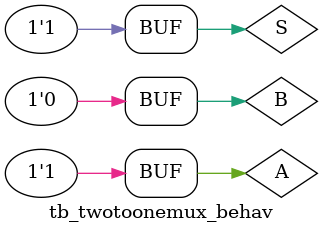
<source format=v>
`timescale 1ns / 1ps


module tb_twotoonemux_behav(

    );
    
    reg A,B,S;
    wire Z;
    
    twotoone_mux_behavioral uut(
    .S(S),
    .A(A),
    .B(B),
    .Z(Z)
    );
    
    initial begin
    
    #10;
    S=0; A=0;
    #25;
    S=1; B=1;
    #25;
    S=0; A=1;
    #25;
    S=1; B=0;
    #25;
    end
    
endmodule

</source>
